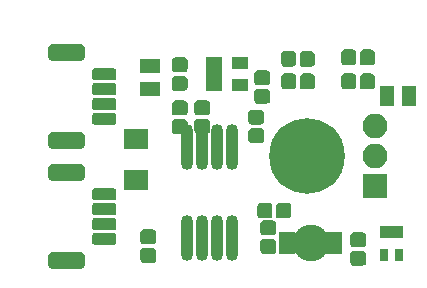
<source format=gbr>
G04 #@! TF.GenerationSoftware,KiCad,Pcbnew,(5.99.0-494-g9b7d4e274)*
G04 #@! TF.CreationDate,2020-06-15T11:42:29+02:00*
G04 #@! TF.ProjectId,TFRPM01B,54465250-4d30-4314-922e-6b696361645f,REV*
G04 #@! TF.SameCoordinates,Original*
G04 #@! TF.FileFunction,Soldermask,Bot*
G04 #@! TF.FilePolarity,Negative*
%FSLAX46Y46*%
G04 Gerber Fmt 4.6, Leading zero omitted, Abs format (unit mm)*
G04 Created by KiCad (PCBNEW (5.99.0-494-g9b7d4e274)) date 2020-06-15 11:42:29*
%MOMM*%
%LPD*%
G04 APERTURE LIST*
%ADD10C,3.100000*%
%ADD11R,1.450000X1.900000*%
%ADD12O,1.009600X3.900000*%
%ADD13R,0.800000X1.050000*%
%ADD14O,2.100000X2.100000*%
%ADD15R,2.100000X2.100000*%
%ADD16R,1.460000X1.050000*%
%ADD17C,6.400000*%
%ADD18R,2.100000X1.700000*%
%ADD19R,1.797000X1.289000*%
%ADD20R,1.289000X1.797000*%
G04 APERTURE END LIST*
D10*
G04 #@! TO.C,D2*
X132874000Y-139697096D03*
D11*
X134874000Y-139697096D03*
X130874000Y-139697096D03*
G04 #@! TD*
D12*
G04 #@! TO.C,U1*
X126238000Y-139236000D03*
X124968000Y-139236000D03*
X123698000Y-139236000D03*
X122423000Y-139236000D03*
X122428000Y-131568000D03*
X123698000Y-131568000D03*
X124968000Y-131568000D03*
X126238000Y-131568000D03*
G04 #@! TD*
D13*
G04 #@! TO.C,U2*
X139050000Y-140650000D03*
X140350000Y-140650000D03*
X139700000Y-138750000D03*
X140350000Y-138750000D03*
X139050000Y-138750000D03*
G04 #@! TD*
D14*
G04 #@! TO.C,J1*
X138303000Y-129791096D03*
X138303000Y-132331096D03*
D15*
X138303000Y-134871096D03*
G04 #@! TD*
G04 #@! TO.C,C6*
G36*
X137371269Y-138773819D02*
G01*
X137467139Y-138829169D01*
X137538296Y-138913971D01*
X137581000Y-139073346D01*
X137581000Y-139710846D01*
X137561777Y-139819865D01*
X137506427Y-139915735D01*
X137421625Y-139986892D01*
X137262250Y-140029596D01*
X136549750Y-140029596D01*
X136440731Y-140010373D01*
X136344861Y-139955023D01*
X136273704Y-139870221D01*
X136231000Y-139710846D01*
X136231000Y-139073346D01*
X136250223Y-138964327D01*
X136305573Y-138868457D01*
X136390375Y-138797300D01*
X136549750Y-138754596D01*
X137262250Y-138754596D01*
X137371269Y-138773819D01*
G37*
G36*
X137371269Y-140348819D02*
G01*
X137467139Y-140404169D01*
X137538296Y-140488971D01*
X137581000Y-140648346D01*
X137581000Y-141285846D01*
X137561777Y-141394865D01*
X137506427Y-141490735D01*
X137421625Y-141561892D01*
X137262250Y-141604596D01*
X136549750Y-141604596D01*
X136440731Y-141585373D01*
X136344861Y-141530023D01*
X136273704Y-141445221D01*
X136231000Y-141285846D01*
X136231000Y-140648346D01*
X136250223Y-140539327D01*
X136305573Y-140443457D01*
X136390375Y-140372300D01*
X136549750Y-140329596D01*
X137262250Y-140329596D01*
X137371269Y-140348819D01*
G37*
G04 #@! TD*
G04 #@! TO.C,C5*
G36*
X128735269Y-128388223D02*
G01*
X128831139Y-128443573D01*
X128902296Y-128528375D01*
X128945000Y-128687750D01*
X128945000Y-129325250D01*
X128925777Y-129434269D01*
X128870427Y-129530139D01*
X128785625Y-129601296D01*
X128626250Y-129644000D01*
X127913750Y-129644000D01*
X127804731Y-129624777D01*
X127708861Y-129569427D01*
X127637704Y-129484625D01*
X127595000Y-129325250D01*
X127595000Y-128687750D01*
X127614223Y-128578731D01*
X127669573Y-128482861D01*
X127754375Y-128411704D01*
X127913750Y-128369000D01*
X128626250Y-128369000D01*
X128735269Y-128388223D01*
G37*
G36*
X128735269Y-129963223D02*
G01*
X128831139Y-130018573D01*
X128902296Y-130103375D01*
X128945000Y-130262750D01*
X128945000Y-130900250D01*
X128925777Y-131009269D01*
X128870427Y-131105139D01*
X128785625Y-131176296D01*
X128626250Y-131219000D01*
X127913750Y-131219000D01*
X127804731Y-131199777D01*
X127708861Y-131144427D01*
X127637704Y-131059625D01*
X127595000Y-130900250D01*
X127595000Y-130262750D01*
X127614223Y-130153731D01*
X127669573Y-130057861D01*
X127754375Y-129986704D01*
X127913750Y-129944000D01*
X128626250Y-129944000D01*
X128735269Y-129963223D01*
G37*
G04 #@! TD*
G04 #@! TO.C,J3*
G36*
X113507707Y-133007204D02*
G01*
X113612976Y-133067980D01*
X113691109Y-133161096D01*
X113738000Y-133336096D01*
X113738000Y-134036096D01*
X113716892Y-134155803D01*
X113656116Y-134261072D01*
X113563000Y-134339205D01*
X113388000Y-134386096D01*
X110988000Y-134386096D01*
X110868293Y-134364988D01*
X110763024Y-134304212D01*
X110684891Y-134211096D01*
X110638000Y-134036096D01*
X110638000Y-133336096D01*
X110659108Y-133216389D01*
X110719884Y-133111120D01*
X110813000Y-133032987D01*
X110988000Y-132986096D01*
X113388000Y-132986096D01*
X113507707Y-133007204D01*
G37*
G36*
X113507707Y-140457204D02*
G01*
X113612976Y-140517980D01*
X113691109Y-140611096D01*
X113738000Y-140786096D01*
X113738000Y-141486096D01*
X113716892Y-141605803D01*
X113656116Y-141711072D01*
X113563000Y-141789205D01*
X113388000Y-141836096D01*
X110988000Y-141836096D01*
X110868293Y-141814988D01*
X110763024Y-141754212D01*
X110684891Y-141661096D01*
X110638000Y-141486096D01*
X110638000Y-140786096D01*
X110659108Y-140666389D01*
X110719884Y-140561120D01*
X110813000Y-140482987D01*
X110988000Y-140436096D01*
X113388000Y-140436096D01*
X113507707Y-140457204D01*
G37*
G36*
X116283671Y-135055126D02*
G01*
X116364777Y-135109319D01*
X116418970Y-135190425D01*
X116438000Y-135286096D01*
X116438000Y-135786096D01*
X116418970Y-135881767D01*
X116364777Y-135962873D01*
X116283671Y-136017066D01*
X116188000Y-136036096D01*
X114588000Y-136036096D01*
X114492329Y-136017066D01*
X114411223Y-135962873D01*
X114357030Y-135881767D01*
X114338000Y-135786096D01*
X114338000Y-135286096D01*
X114357030Y-135190425D01*
X114411223Y-135109319D01*
X114492329Y-135055126D01*
X114588000Y-135036096D01*
X116188000Y-135036096D01*
X116283671Y-135055126D01*
G37*
G36*
X116283671Y-136305126D02*
G01*
X116364777Y-136359319D01*
X116418970Y-136440425D01*
X116438000Y-136536096D01*
X116438000Y-137036096D01*
X116418970Y-137131767D01*
X116364777Y-137212873D01*
X116283671Y-137267066D01*
X116188000Y-137286096D01*
X114588000Y-137286096D01*
X114492329Y-137267066D01*
X114411223Y-137212873D01*
X114357030Y-137131767D01*
X114338000Y-137036096D01*
X114338000Y-136536096D01*
X114357030Y-136440425D01*
X114411223Y-136359319D01*
X114492329Y-136305126D01*
X114588000Y-136286096D01*
X116188000Y-136286096D01*
X116283671Y-136305126D01*
G37*
G36*
X116283671Y-137555126D02*
G01*
X116364777Y-137609319D01*
X116418970Y-137690425D01*
X116438000Y-137786096D01*
X116438000Y-138286096D01*
X116418970Y-138381767D01*
X116364777Y-138462873D01*
X116283671Y-138517066D01*
X116188000Y-138536096D01*
X114588000Y-138536096D01*
X114492329Y-138517066D01*
X114411223Y-138462873D01*
X114357030Y-138381767D01*
X114338000Y-138286096D01*
X114338000Y-137786096D01*
X114357030Y-137690425D01*
X114411223Y-137609319D01*
X114492329Y-137555126D01*
X114588000Y-137536096D01*
X116188000Y-137536096D01*
X116283671Y-137555126D01*
G37*
G36*
X116283671Y-138805126D02*
G01*
X116364777Y-138859319D01*
X116418970Y-138940425D01*
X116438000Y-139036096D01*
X116438000Y-139536096D01*
X116418970Y-139631767D01*
X116364777Y-139712873D01*
X116283671Y-139767066D01*
X116188000Y-139786096D01*
X114588000Y-139786096D01*
X114492329Y-139767066D01*
X114411223Y-139712873D01*
X114357030Y-139631767D01*
X114338000Y-139536096D01*
X114338000Y-139036096D01*
X114357030Y-138940425D01*
X114411223Y-138859319D01*
X114492329Y-138805126D01*
X114588000Y-138786096D01*
X116188000Y-138786096D01*
X116283671Y-138805126D01*
G37*
G04 #@! TD*
D16*
G04 #@! TO.C,U3*
X126873000Y-126296096D03*
X126873000Y-124396096D03*
X124673000Y-124396096D03*
X124673000Y-125346096D03*
X124673000Y-126296096D03*
G04 #@! TD*
G04 #@! TO.C,R10*
G36*
X136520769Y-125325319D02*
G01*
X136616639Y-125380669D01*
X136687796Y-125465471D01*
X136730500Y-125624846D01*
X136730500Y-126337346D01*
X136711277Y-126446365D01*
X136655927Y-126542235D01*
X136571125Y-126613392D01*
X136411750Y-126656096D01*
X135774250Y-126656096D01*
X135665231Y-126636873D01*
X135569361Y-126581523D01*
X135498204Y-126496721D01*
X135455500Y-126337346D01*
X135455500Y-125624846D01*
X135474723Y-125515827D01*
X135530073Y-125419957D01*
X135614875Y-125348800D01*
X135774250Y-125306096D01*
X136411750Y-125306096D01*
X136520769Y-125325319D01*
G37*
G36*
X138095769Y-125325319D02*
G01*
X138191639Y-125380669D01*
X138262796Y-125465471D01*
X138305500Y-125624846D01*
X138305500Y-126337346D01*
X138286277Y-126446365D01*
X138230927Y-126542235D01*
X138146125Y-126613392D01*
X137986750Y-126656096D01*
X137349250Y-126656096D01*
X137240231Y-126636873D01*
X137144361Y-126581523D01*
X137073204Y-126496721D01*
X137030500Y-126337346D01*
X137030500Y-125624846D01*
X137049723Y-125515827D01*
X137105073Y-125419957D01*
X137189875Y-125348800D01*
X137349250Y-125306096D01*
X137986750Y-125306096D01*
X138095769Y-125325319D01*
G37*
G04 #@! TD*
G04 #@! TO.C,R8*
G36*
X133015769Y-125325319D02*
G01*
X133111639Y-125380669D01*
X133182796Y-125465471D01*
X133225500Y-125624846D01*
X133225500Y-126337346D01*
X133206277Y-126446365D01*
X133150927Y-126542235D01*
X133066125Y-126613392D01*
X132906750Y-126656096D01*
X132269250Y-126656096D01*
X132160231Y-126636873D01*
X132064361Y-126581523D01*
X131993204Y-126496721D01*
X131950500Y-126337346D01*
X131950500Y-125624846D01*
X131969723Y-125515827D01*
X132025073Y-125419957D01*
X132109875Y-125348800D01*
X132269250Y-125306096D01*
X132906750Y-125306096D01*
X133015769Y-125325319D01*
G37*
G36*
X131440769Y-125325319D02*
G01*
X131536639Y-125380669D01*
X131607796Y-125465471D01*
X131650500Y-125624846D01*
X131650500Y-126337346D01*
X131631277Y-126446365D01*
X131575927Y-126542235D01*
X131491125Y-126613392D01*
X131331750Y-126656096D01*
X130694250Y-126656096D01*
X130585231Y-126636873D01*
X130489361Y-126581523D01*
X130418204Y-126496721D01*
X130375500Y-126337346D01*
X130375500Y-125624846D01*
X130394723Y-125515827D01*
X130450073Y-125419957D01*
X130534875Y-125348800D01*
X130694250Y-125306096D01*
X131331750Y-125306096D01*
X131440769Y-125325319D01*
G37*
G04 #@! TD*
G04 #@! TO.C,R7*
G36*
X129434269Y-136250223D02*
G01*
X129530139Y-136305573D01*
X129601296Y-136390375D01*
X129644000Y-136549750D01*
X129644000Y-137262250D01*
X129624777Y-137371269D01*
X129569427Y-137467139D01*
X129484625Y-137538296D01*
X129325250Y-137581000D01*
X128687750Y-137581000D01*
X128578731Y-137561777D01*
X128482861Y-137506427D01*
X128411704Y-137421625D01*
X128369000Y-137262250D01*
X128369000Y-136549750D01*
X128388223Y-136440731D01*
X128443573Y-136344861D01*
X128528375Y-136273704D01*
X128687750Y-136231000D01*
X129325250Y-136231000D01*
X129434269Y-136250223D01*
G37*
G36*
X131009269Y-136250223D02*
G01*
X131105139Y-136305573D01*
X131176296Y-136390375D01*
X131219000Y-136549750D01*
X131219000Y-137262250D01*
X131199777Y-137371269D01*
X131144427Y-137467139D01*
X131059625Y-137538296D01*
X130900250Y-137581000D01*
X130262750Y-137581000D01*
X130153731Y-137561777D01*
X130057861Y-137506427D01*
X129986704Y-137421625D01*
X129944000Y-137262250D01*
X129944000Y-136549750D01*
X129963223Y-136440731D01*
X130018573Y-136344861D01*
X130103375Y-136273704D01*
X130262750Y-136231000D01*
X130900250Y-136231000D01*
X131009269Y-136250223D01*
G37*
G04 #@! TD*
G04 #@! TO.C,R6*
G36*
X133015769Y-123420319D02*
G01*
X133111639Y-123475669D01*
X133182796Y-123560471D01*
X133225500Y-123719846D01*
X133225500Y-124432346D01*
X133206277Y-124541365D01*
X133150927Y-124637235D01*
X133066125Y-124708392D01*
X132906750Y-124751096D01*
X132269250Y-124751096D01*
X132160231Y-124731873D01*
X132064361Y-124676523D01*
X131993204Y-124591721D01*
X131950500Y-124432346D01*
X131950500Y-123719846D01*
X131969723Y-123610827D01*
X132025073Y-123514957D01*
X132109875Y-123443800D01*
X132269250Y-123401096D01*
X132906750Y-123401096D01*
X133015769Y-123420319D01*
G37*
G36*
X131440769Y-123420319D02*
G01*
X131536639Y-123475669D01*
X131607796Y-123560471D01*
X131650500Y-123719846D01*
X131650500Y-124432346D01*
X131631277Y-124541365D01*
X131575927Y-124637235D01*
X131491125Y-124708392D01*
X131331750Y-124751096D01*
X130694250Y-124751096D01*
X130585231Y-124731873D01*
X130489361Y-124676523D01*
X130418204Y-124591721D01*
X130375500Y-124432346D01*
X130375500Y-123719846D01*
X130394723Y-123610827D01*
X130450073Y-123514957D01*
X130534875Y-123443800D01*
X130694250Y-123401096D01*
X131331750Y-123401096D01*
X131440769Y-123420319D01*
G37*
G04 #@! TD*
G04 #@! TO.C,R5*
G36*
X119591269Y-140097723D02*
G01*
X119687139Y-140153073D01*
X119758296Y-140237875D01*
X119801000Y-140397250D01*
X119801000Y-141034750D01*
X119781777Y-141143769D01*
X119726427Y-141239639D01*
X119641625Y-141310796D01*
X119482250Y-141353500D01*
X118769750Y-141353500D01*
X118660731Y-141334277D01*
X118564861Y-141278927D01*
X118493704Y-141194125D01*
X118451000Y-141034750D01*
X118451000Y-140397250D01*
X118470223Y-140288231D01*
X118525573Y-140192361D01*
X118610375Y-140121204D01*
X118769750Y-140078500D01*
X119482250Y-140078500D01*
X119591269Y-140097723D01*
G37*
G36*
X119591269Y-138522723D02*
G01*
X119687139Y-138578073D01*
X119758296Y-138662875D01*
X119801000Y-138822250D01*
X119801000Y-139459750D01*
X119781777Y-139568769D01*
X119726427Y-139664639D01*
X119641625Y-139735796D01*
X119482250Y-139778500D01*
X118769750Y-139778500D01*
X118660731Y-139759277D01*
X118564861Y-139703927D01*
X118493704Y-139619125D01*
X118451000Y-139459750D01*
X118451000Y-138822250D01*
X118470223Y-138713231D01*
X118525573Y-138617361D01*
X118610375Y-138546204D01*
X118769750Y-138503500D01*
X119482250Y-138503500D01*
X119591269Y-138522723D01*
G37*
G04 #@! TD*
G04 #@! TO.C,R4*
G36*
X129751269Y-139335723D02*
G01*
X129847139Y-139391073D01*
X129918296Y-139475875D01*
X129961000Y-139635250D01*
X129961000Y-140272750D01*
X129941777Y-140381769D01*
X129886427Y-140477639D01*
X129801625Y-140548796D01*
X129642250Y-140591500D01*
X128929750Y-140591500D01*
X128820731Y-140572277D01*
X128724861Y-140516927D01*
X128653704Y-140432125D01*
X128611000Y-140272750D01*
X128611000Y-139635250D01*
X128630223Y-139526231D01*
X128685573Y-139430361D01*
X128770375Y-139359204D01*
X128929750Y-139316500D01*
X129642250Y-139316500D01*
X129751269Y-139335723D01*
G37*
G36*
X129751269Y-137760723D02*
G01*
X129847139Y-137816073D01*
X129918296Y-137900875D01*
X129961000Y-138060250D01*
X129961000Y-138697750D01*
X129941777Y-138806769D01*
X129886427Y-138902639D01*
X129801625Y-138973796D01*
X129642250Y-139016500D01*
X128929750Y-139016500D01*
X128820731Y-138997277D01*
X128724861Y-138941927D01*
X128653704Y-138857125D01*
X128611000Y-138697750D01*
X128611000Y-138060250D01*
X128630223Y-137951231D01*
X128685573Y-137855361D01*
X128770375Y-137784204D01*
X128929750Y-137741500D01*
X129642250Y-137741500D01*
X129751269Y-137760723D01*
G37*
G04 #@! TD*
G04 #@! TO.C,R3*
G36*
X122258269Y-129172819D02*
G01*
X122354139Y-129228169D01*
X122425296Y-129312971D01*
X122468000Y-129472346D01*
X122468000Y-130109846D01*
X122448777Y-130218865D01*
X122393427Y-130314735D01*
X122308625Y-130385892D01*
X122149250Y-130428596D01*
X121436750Y-130428596D01*
X121327731Y-130409373D01*
X121231861Y-130354023D01*
X121160704Y-130269221D01*
X121118000Y-130109846D01*
X121118000Y-129472346D01*
X121137223Y-129363327D01*
X121192573Y-129267457D01*
X121277375Y-129196300D01*
X121436750Y-129153596D01*
X122149250Y-129153596D01*
X122258269Y-129172819D01*
G37*
G36*
X122258269Y-127597819D02*
G01*
X122354139Y-127653169D01*
X122425296Y-127737971D01*
X122468000Y-127897346D01*
X122468000Y-128534846D01*
X122448777Y-128643865D01*
X122393427Y-128739735D01*
X122308625Y-128810892D01*
X122149250Y-128853596D01*
X121436750Y-128853596D01*
X121327731Y-128834373D01*
X121231861Y-128779023D01*
X121160704Y-128694221D01*
X121118000Y-128534846D01*
X121118000Y-127897346D01*
X121137223Y-127788327D01*
X121192573Y-127692457D01*
X121277375Y-127621300D01*
X121436750Y-127578596D01*
X122149250Y-127578596D01*
X122258269Y-127597819D01*
G37*
G04 #@! TD*
G04 #@! TO.C,R2*
G36*
X124163269Y-129172819D02*
G01*
X124259139Y-129228169D01*
X124330296Y-129312971D01*
X124373000Y-129472346D01*
X124373000Y-130109846D01*
X124353777Y-130218865D01*
X124298427Y-130314735D01*
X124213625Y-130385892D01*
X124054250Y-130428596D01*
X123341750Y-130428596D01*
X123232731Y-130409373D01*
X123136861Y-130354023D01*
X123065704Y-130269221D01*
X123023000Y-130109846D01*
X123023000Y-129472346D01*
X123042223Y-129363327D01*
X123097573Y-129267457D01*
X123182375Y-129196300D01*
X123341750Y-129153596D01*
X124054250Y-129153596D01*
X124163269Y-129172819D01*
G37*
G36*
X124163269Y-127597819D02*
G01*
X124259139Y-127653169D01*
X124330296Y-127737971D01*
X124373000Y-127897346D01*
X124373000Y-128534846D01*
X124353777Y-128643865D01*
X124298427Y-128739735D01*
X124213625Y-128810892D01*
X124054250Y-128853596D01*
X123341750Y-128853596D01*
X123232731Y-128834373D01*
X123136861Y-128779023D01*
X123065704Y-128694221D01*
X123023000Y-128534846D01*
X123023000Y-127897346D01*
X123042223Y-127788327D01*
X123097573Y-127692457D01*
X123182375Y-127621300D01*
X123341750Y-127578596D01*
X124054250Y-127578596D01*
X124163269Y-127597819D01*
G37*
G04 #@! TD*
G04 #@! TO.C,R1*
G36*
X138095769Y-123293319D02*
G01*
X138191639Y-123348669D01*
X138262796Y-123433471D01*
X138305500Y-123592846D01*
X138305500Y-124305346D01*
X138286277Y-124414365D01*
X138230927Y-124510235D01*
X138146125Y-124581392D01*
X137986750Y-124624096D01*
X137349250Y-124624096D01*
X137240231Y-124604873D01*
X137144361Y-124549523D01*
X137073204Y-124464721D01*
X137030500Y-124305346D01*
X137030500Y-123592846D01*
X137049723Y-123483827D01*
X137105073Y-123387957D01*
X137189875Y-123316800D01*
X137349250Y-123274096D01*
X137986750Y-123274096D01*
X138095769Y-123293319D01*
G37*
G36*
X136520769Y-123293319D02*
G01*
X136616639Y-123348669D01*
X136687796Y-123433471D01*
X136730500Y-123592846D01*
X136730500Y-124305346D01*
X136711277Y-124414365D01*
X136655927Y-124510235D01*
X136571125Y-124581392D01*
X136411750Y-124624096D01*
X135774250Y-124624096D01*
X135665231Y-124604873D01*
X135569361Y-124549523D01*
X135498204Y-124464721D01*
X135455500Y-124305346D01*
X135455500Y-123592846D01*
X135474723Y-123483827D01*
X135530073Y-123387957D01*
X135614875Y-123316800D01*
X135774250Y-123274096D01*
X136411750Y-123274096D01*
X136520769Y-123293319D01*
G37*
G04 #@! TD*
D17*
G04 #@! TO.C,M2*
X132588000Y-132331096D03*
G04 #@! TD*
G04 #@! TO.C,J2*
G36*
X113507707Y-122847204D02*
G01*
X113612976Y-122907980D01*
X113691109Y-123001096D01*
X113738000Y-123176096D01*
X113738000Y-123876096D01*
X113716892Y-123995803D01*
X113656116Y-124101072D01*
X113563000Y-124179205D01*
X113388000Y-124226096D01*
X110988000Y-124226096D01*
X110868293Y-124204988D01*
X110763024Y-124144212D01*
X110684891Y-124051096D01*
X110638000Y-123876096D01*
X110638000Y-123176096D01*
X110659108Y-123056389D01*
X110719884Y-122951120D01*
X110813000Y-122872987D01*
X110988000Y-122826096D01*
X113388000Y-122826096D01*
X113507707Y-122847204D01*
G37*
G36*
X113507707Y-130297204D02*
G01*
X113612976Y-130357980D01*
X113691109Y-130451096D01*
X113738000Y-130626096D01*
X113738000Y-131326096D01*
X113716892Y-131445803D01*
X113656116Y-131551072D01*
X113563000Y-131629205D01*
X113388000Y-131676096D01*
X110988000Y-131676096D01*
X110868293Y-131654988D01*
X110763024Y-131594212D01*
X110684891Y-131501096D01*
X110638000Y-131326096D01*
X110638000Y-130626096D01*
X110659108Y-130506389D01*
X110719884Y-130401120D01*
X110813000Y-130322987D01*
X110988000Y-130276096D01*
X113388000Y-130276096D01*
X113507707Y-130297204D01*
G37*
G36*
X116283671Y-124895126D02*
G01*
X116364777Y-124949319D01*
X116418970Y-125030425D01*
X116438000Y-125126096D01*
X116438000Y-125626096D01*
X116418970Y-125721767D01*
X116364777Y-125802873D01*
X116283671Y-125857066D01*
X116188000Y-125876096D01*
X114588000Y-125876096D01*
X114492329Y-125857066D01*
X114411223Y-125802873D01*
X114357030Y-125721767D01*
X114338000Y-125626096D01*
X114338000Y-125126096D01*
X114357030Y-125030425D01*
X114411223Y-124949319D01*
X114492329Y-124895126D01*
X114588000Y-124876096D01*
X116188000Y-124876096D01*
X116283671Y-124895126D01*
G37*
G36*
X116283671Y-126145126D02*
G01*
X116364777Y-126199319D01*
X116418970Y-126280425D01*
X116438000Y-126376096D01*
X116438000Y-126876096D01*
X116418970Y-126971767D01*
X116364777Y-127052873D01*
X116283671Y-127107066D01*
X116188000Y-127126096D01*
X114588000Y-127126096D01*
X114492329Y-127107066D01*
X114411223Y-127052873D01*
X114357030Y-126971767D01*
X114338000Y-126876096D01*
X114338000Y-126376096D01*
X114357030Y-126280425D01*
X114411223Y-126199319D01*
X114492329Y-126145126D01*
X114588000Y-126126096D01*
X116188000Y-126126096D01*
X116283671Y-126145126D01*
G37*
G36*
X116283671Y-127395126D02*
G01*
X116364777Y-127449319D01*
X116418970Y-127530425D01*
X116438000Y-127626096D01*
X116438000Y-128126096D01*
X116418970Y-128221767D01*
X116364777Y-128302873D01*
X116283671Y-128357066D01*
X116188000Y-128376096D01*
X114588000Y-128376096D01*
X114492329Y-128357066D01*
X114411223Y-128302873D01*
X114357030Y-128221767D01*
X114338000Y-128126096D01*
X114338000Y-127626096D01*
X114357030Y-127530425D01*
X114411223Y-127449319D01*
X114492329Y-127395126D01*
X114588000Y-127376096D01*
X116188000Y-127376096D01*
X116283671Y-127395126D01*
G37*
G36*
X116283671Y-128645126D02*
G01*
X116364777Y-128699319D01*
X116418970Y-128780425D01*
X116438000Y-128876096D01*
X116438000Y-129376096D01*
X116418970Y-129471767D01*
X116364777Y-129552873D01*
X116283671Y-129607066D01*
X116188000Y-129626096D01*
X114588000Y-129626096D01*
X114492329Y-129607066D01*
X114411223Y-129552873D01*
X114357030Y-129471767D01*
X114338000Y-129376096D01*
X114338000Y-128876096D01*
X114357030Y-128780425D01*
X114411223Y-128699319D01*
X114492329Y-128645126D01*
X114588000Y-128626096D01*
X116188000Y-128626096D01*
X116283671Y-128645126D01*
G37*
G04 #@! TD*
D18*
G04 #@! TO.C,D1*
X118110000Y-134338000D03*
X118110000Y-130838000D03*
G04 #@! TD*
G04 #@! TO.C,C4*
G36*
X122258269Y-123940319D02*
G01*
X122354139Y-123995669D01*
X122425296Y-124080471D01*
X122468000Y-124239846D01*
X122468000Y-124877346D01*
X122448777Y-124986365D01*
X122393427Y-125082235D01*
X122308625Y-125153392D01*
X122149250Y-125196096D01*
X121436750Y-125196096D01*
X121327731Y-125176873D01*
X121231861Y-125121523D01*
X121160704Y-125036721D01*
X121118000Y-124877346D01*
X121118000Y-124239846D01*
X121137223Y-124130827D01*
X121192573Y-124034957D01*
X121277375Y-123963800D01*
X121436750Y-123921096D01*
X122149250Y-123921096D01*
X122258269Y-123940319D01*
G37*
G36*
X122258269Y-125515319D02*
G01*
X122354139Y-125570669D01*
X122425296Y-125655471D01*
X122468000Y-125814846D01*
X122468000Y-126452346D01*
X122448777Y-126561365D01*
X122393427Y-126657235D01*
X122308625Y-126728392D01*
X122149250Y-126771096D01*
X121436750Y-126771096D01*
X121327731Y-126751873D01*
X121231861Y-126696523D01*
X121160704Y-126611721D01*
X121118000Y-126452346D01*
X121118000Y-125814846D01*
X121137223Y-125705827D01*
X121192573Y-125609957D01*
X121277375Y-125538800D01*
X121436750Y-125496096D01*
X122149250Y-125496096D01*
X122258269Y-125515319D01*
G37*
G04 #@! TD*
D19*
G04 #@! TO.C,C3*
X119253000Y-126616096D03*
X119253000Y-124711096D03*
G04 #@! TD*
D20*
G04 #@! TO.C,C2*
X141224000Y-127251096D03*
X139319000Y-127251096D03*
G04 #@! TD*
G04 #@! TO.C,C1*
G36*
X129243269Y-125057819D02*
G01*
X129339139Y-125113169D01*
X129410296Y-125197971D01*
X129453000Y-125357346D01*
X129453000Y-125994846D01*
X129433777Y-126103865D01*
X129378427Y-126199735D01*
X129293625Y-126270892D01*
X129134250Y-126313596D01*
X128421750Y-126313596D01*
X128312731Y-126294373D01*
X128216861Y-126239023D01*
X128145704Y-126154221D01*
X128103000Y-125994846D01*
X128103000Y-125357346D01*
X128122223Y-125248327D01*
X128177573Y-125152457D01*
X128262375Y-125081300D01*
X128421750Y-125038596D01*
X129134250Y-125038596D01*
X129243269Y-125057819D01*
G37*
G36*
X129243269Y-126632819D02*
G01*
X129339139Y-126688169D01*
X129410296Y-126772971D01*
X129453000Y-126932346D01*
X129453000Y-127569846D01*
X129433777Y-127678865D01*
X129378427Y-127774735D01*
X129293625Y-127845892D01*
X129134250Y-127888596D01*
X128421750Y-127888596D01*
X128312731Y-127869373D01*
X128216861Y-127814023D01*
X128145704Y-127729221D01*
X128103000Y-127569846D01*
X128103000Y-126932346D01*
X128122223Y-126823327D01*
X128177573Y-126727457D01*
X128262375Y-126656300D01*
X128421750Y-126613596D01*
X129134250Y-126613596D01*
X129243269Y-126632819D01*
G37*
G04 #@! TD*
M02*

</source>
